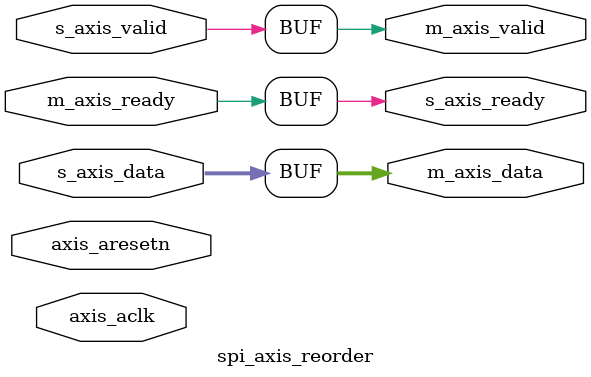
<source format=v>

`timescale 1ns/100ps

module spi_axis_reorder #(

  parameter [3:0] NUM_OF_LANES = 2) (

  input                          axis_aclk,
  input                          axis_aresetn,

  input                          s_axis_valid,
  output                         s_axis_ready,
  input [(NUM_OF_LANES * 32)-1:0]  s_axis_data,

  output                         m_axis_valid,
  input                          m_axis_ready,
  output     [63:0]              m_axis_data
);

  assign s_axis_ready = m_axis_ready;

  genvar i, j;
  generate
  if (NUM_OF_LANES == 1) begin : g_reorder_1_lane_interleaved

    reg wr_addr = 0;
    reg [63:0] axis_data_int;
    reg mem_is_full;

    // address control
    // NOTE: ready is ignored, taking the fact that the module is always ready
    always @(posedge axis_aclk) begin
      if (axis_aresetn == 1'b0) begin
        wr_addr <= 1'b0;
        axis_data_int <= 64'b0;
      end else begin
        if ((s_axis_valid == 1'b1) && (s_axis_ready == 1'b1)) begin
          wr_addr <= wr_addr + 1'b1;
          axis_data_int <= (wr_addr) ? {s_axis_data, axis_data_int[31:0]} :
                                       {axis_data_int[63:32], s_axis_data};
        end
      end
    end

    // latch the state of the memory
    always @(posedge axis_aclk) begin
      if (axis_aresetn == 1'b0) begin
        mem_is_full <= 1'b0;
      end else begin
        if ((wr_addr == 1'b1) && (s_axis_valid == 1'b1)) begin
          mem_is_full <= 1'b1;
        end else begin
          mem_is_full <= 1'b0;
        end
      end
    end

    // reorder the interleaved data
    assign m_axis_valid = mem_is_full;
    for (i=0; i<32; i=i+1) begin
      assign m_axis_data[   i] = axis_data_int[2*i+1];
      assign m_axis_data[32+i] = axis_data_int[2*i];
    end

  end else if (NUM_OF_LANES == 2) begin : g_reorder_2_lanes

    assign m_axis_valid = s_axis_valid;
    assign m_axis_data = s_axis_data;

  end else if (NUM_OF_LANES == 4) begin : g_reorder_4_lanes

    assign m_axis_valid = s_axis_valid;
    for (i=0; i<16; i=i+1) begin
      // first channel
      assign m_axis_data[2*i  ]  = s_axis_data[32+i];
      assign m_axis_data[2*i+1]  = s_axis_data[   i];
      // second channel
      assign m_axis_data[2*i+32] = s_axis_data[96+i];
      assign m_axis_data[2*i+33] = s_axis_data[64+i];
    end

  end else if (NUM_OF_LANES == 8) begin : g_reorder_8_lanes

    assign m_axis_valid = s_axis_valid;
    for (i=0; i<8; i=i+1) begin
      // first channel
      assign m_axis_data[4*i  ]  = s_axis_data[96+i];
      assign m_axis_data[4*i+1]  = s_axis_data[64+i];
      assign m_axis_data[4*i+2]  = s_axis_data[32+i];
      assign m_axis_data[4*i+3]  = s_axis_data[   i];
      // second channel
      assign m_axis_data[4*i+32] = s_axis_data[224+i];
      assign m_axis_data[4*i+33] = s_axis_data[192+i];
      assign m_axis_data[4*i+34] = s_axis_data[160+i];
      assign m_axis_data[4*i+35] = s_axis_data[128+i];
    end

  end else begin
    // WARNING: Invalid configuration, leave everybody in the air
  end
  endgenerate

endmodule

</source>
